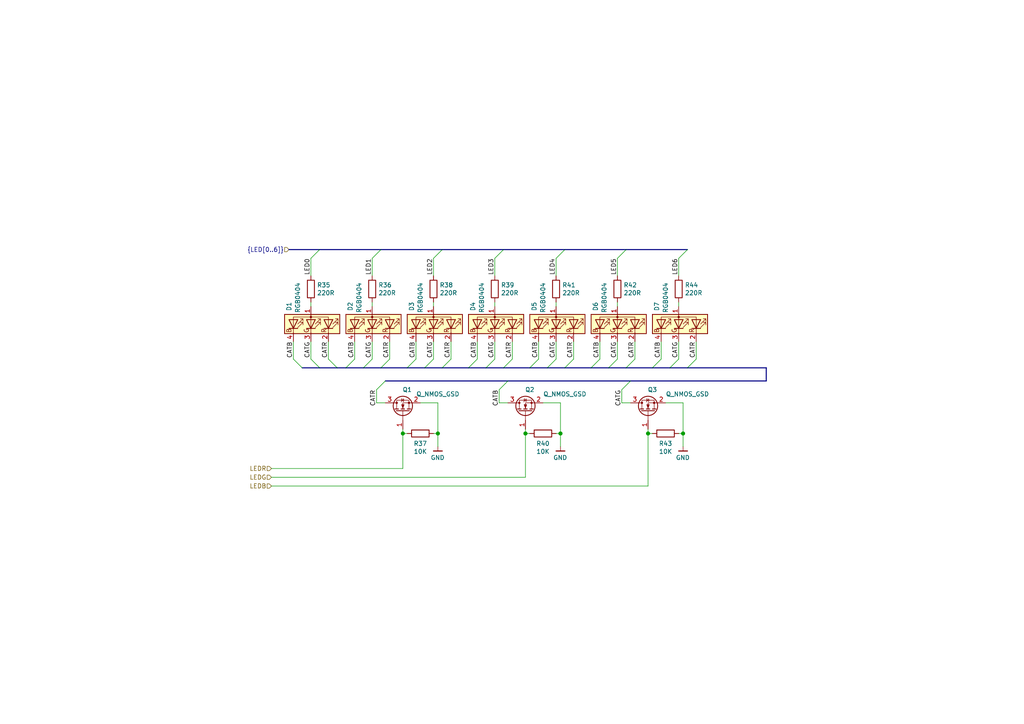
<source format=kicad_sch>
(kicad_sch (version 20201015) (generator eeschema)
  (page 1 18)
  (paper "A4")
  (title_block (title "ButterStick") (date "2020-11-01") (rev "r1.0") (company "GsD") (comment 1 "Functional prototyping board for the Lattice ECP5.") (comment 2 "SYZYGY compatible"))
  (lib_symbols
    (symbol "Device:LED_ARGB" (pin_names (offset 0) hide)
      (property "Reference" "D" (at 0 9.398 0))
      (property "Value" "LED_ARGB" (at 0 -8.89 0))
      (symbol "LED_ARGB_0_1"
        (circle (center 2.032 0) (radius 0.254) (fill (type outline)))
        (rectangle (start 1.27 6.35) (end 1.27 6.35))
        (rectangle (start 2.794 8.382) (end -2.794 -7.62) (stroke (width 0.254)) (fill (type background)))
        (polyline (pts (xy -2.54 -5.08) (xy 1.27 -5.08)))
        (polyline (pts (xy -1.27 -3.81) (xy -1.27 -6.35)) (stroke (width 0.254)))
        (polyline (pts (xy -1.27 1.27) (xy -1.27 -1.27)) (stroke (width 0.254)))
        (polyline (pts (xy -1.27 6.35) (xy -1.27 3.81)) (stroke (width 0.254)))
        (polyline (pts (xy 1.27 5.08) (xy -2.54 5.08)))
        (polyline (pts (xy 2.54 0) (xy -2.54 0)))
        (polyline (pts (xy 1.27 -5.08) (xy 2.032 -5.08) (xy 2.032 5.08) (xy 1.27 5.08)))
        (polyline (pts (xy 1.27 -3.81) (xy 1.27 -6.35) (xy -1.27 -5.08) (xy 1.27 -3.81)) (stroke (width 0.254)))
        (polyline (pts (xy 1.27 1.27) (xy 1.27 -1.27) (xy -1.27 0) (xy 1.27 1.27)) (stroke (width 0.254)))
        (polyline (pts (xy 1.27 6.35) (xy 1.27 3.81) (xy -1.27 5.08) (xy 1.27 6.35)) (stroke (width 0.254)))
        (polyline (pts (xy -1.016 -3.81) (xy 0.508 -2.286) (xy -0.254 -2.286) (xy 0.508 -2.286) (xy 0.508 -3.048)))
        (polyline (pts (xy -1.016 1.27) (xy 0.508 2.794) (xy -0.254 2.794) (xy 0.508 2.794) (xy 0.508 2.032)))
        (polyline (pts (xy -1.016 6.35) (xy 0.508 7.874) (xy -0.254 7.874) (xy 0.508 7.874) (xy 0.508 7.112)))
        (polyline (pts (xy 0 -3.81) (xy 1.524 -2.286) (xy 0.762 -2.286) (xy 1.524 -2.286) (xy 1.524 -3.048)))
        (polyline (pts (xy 0 1.27) (xy 1.524 2.794) (xy 0.762 2.794) (xy 1.524 2.794) (xy 1.524 2.032)))
        (polyline (pts (xy 0 6.35) (xy 1.524 7.874) (xy 0.762 7.874) (xy 1.524 7.874) (xy 1.524 7.112)))
      )
      (symbol "LED_ARGB_0_0"
        (text "B" (at -1.905 -6.35 0) (effects (font (size 1.27 1.27))))
        (text "G" (at -1.905 -1.27 0) (effects (font (size 1.27 1.27))))
        (text "R" (at -1.905 3.81 0) (effects (font (size 1.27 1.27))))
      )
      (symbol "LED_ARGB_1_1"
        (pin passive line (at 5.08 0 180) (length 2.54) (name "A") (number "1"))
        (pin passive line (at -5.08 5.08 0) (length 2.54) (name "RK") (number "2"))
        (pin passive line (at -5.08 0 0) (length 2.54) (name "GK") (number "3"))
        (pin passive line (at -5.08 -5.08 0) (length 2.54) (name "BK") (number "4"))
      )
    )
    (symbol "Device:Q_NMOS_GSD" (pin_names (offset 0) hide)
      (property "Reference" "Q" (at 5.08 1.27 0))
      (property "Value" "Q_NMOS_GSD" (at 5.08 -1.27 0))
      (symbol "Q_NMOS_GSD_0_1"
        (circle (center 1.651 0) (radius 2.794) (stroke (width 0.254)))
        (circle (center 2.54 -1.778) (radius 0.254) (fill (type outline)))
        (circle (center 2.54 1.778) (radius 0.254) (fill (type outline)))
        (polyline (pts (xy 0.254 0) (xy -2.54 0)))
        (polyline (pts (xy 0.254 1.905) (xy 0.254 -1.905)) (stroke (width 0.254)))
        (polyline (pts (xy 0.762 -1.27) (xy 0.762 -2.286)) (stroke (width 0.254)))
        (polyline (pts (xy 0.762 0.508) (xy 0.762 -0.508)) (stroke (width 0.254)))
        (polyline (pts (xy 0.762 2.286) (xy 0.762 1.27)) (stroke (width 0.254)))
        (polyline (pts (xy 2.54 2.54) (xy 2.54 1.778)))
        (polyline (pts (xy 2.54 -2.54) (xy 2.54 0) (xy 0.762 0)))
        (polyline (pts (xy 0.762 -1.778) (xy 3.302 -1.778) (xy 3.302 1.778) (xy 0.762 1.778)))
        (polyline (pts (xy 1.016 0) (xy 2.032 0.381) (xy 2.032 -0.381) (xy 1.016 0)) (fill (type outline)))
        (polyline (pts (xy 2.794 0.508) (xy 2.921 0.381) (xy 3.683 0.381) (xy 3.81 0.254)))
        (polyline (pts (xy 3.302 0.381) (xy 2.921 -0.254) (xy 3.683 -0.254) (xy 3.302 0.381)))
      )
      (symbol "Q_NMOS_GSD_1_1"
        (pin input line (at -5.08 0 0) (length 2.54) (name "G") (number "1"))
        (pin passive line (at 2.54 -5.08 90) (length 2.54) (name "S") (number "2"))
        (pin passive line (at 2.54 5.08 270) (length 2.54) (name "D") (number "3"))
      )
    )
    (symbol "Device:Q_NMOS_GSD_1" (pin_names (offset 0) hide)
      (property "Reference" "Q" (at 5.08 1.27 0))
      (property "Value" "Q_NMOS_GSD" (at 5.08 -1.27 0))
      (symbol "Q_NMOS_GSD_1_0_1"
        (circle (center 1.651 0) (radius 2.794) (stroke (width 0.254)))
        (circle (center 2.54 -1.778) (radius 0.254) (fill (type outline)))
        (circle (center 2.54 1.778) (radius 0.254) (fill (type outline)))
        (polyline (pts (xy 0.254 0) (xy -2.54 0)))
        (polyline (pts (xy 0.254 1.905) (xy 0.254 -1.905)) (stroke (width 0.254)))
        (polyline (pts (xy 0.762 -1.27) (xy 0.762 -2.286)) (stroke (width 0.254)))
        (polyline (pts (xy 0.762 0.508) (xy 0.762 -0.508)) (stroke (width 0.254)))
        (polyline (pts (xy 0.762 2.286) (xy 0.762 1.27)) (stroke (width 0.254)))
        (polyline (pts (xy 2.54 2.54) (xy 2.54 1.778)))
        (polyline (pts (xy 2.54 -2.54) (xy 2.54 0) (xy 0.762 0)))
        (polyline (pts (xy 0.762 -1.778) (xy 3.302 -1.778) (xy 3.302 1.778) (xy 0.762 1.778)))
        (polyline (pts (xy 1.016 0) (xy 2.032 0.381) (xy 2.032 -0.381) (xy 1.016 0)) (fill (type outline)))
        (polyline (pts (xy 2.794 0.508) (xy 2.921 0.381) (xy 3.683 0.381) (xy 3.81 0.254)))
        (polyline (pts (xy 3.302 0.381) (xy 2.921 -0.254) (xy 3.683 -0.254) (xy 3.302 0.381)))
      )
      (symbol "Q_NMOS_GSD_1_1_1"
        (pin input line (at -5.08 0 0) (length 2.54) (name "G") (number "1"))
        (pin passive line (at 2.54 -5.08 90) (length 2.54) (name "S") (number "2"))
        (pin passive line (at 2.54 5.08 270) (length 2.54) (name "D") (number "3"))
      )
    )
    (symbol "Device:Q_NMOS_GSD_2" (pin_names (offset 0) hide)
      (property "Reference" "Q" (at 5.08 1.27 0))
      (property "Value" "Q_NMOS_GSD" (at 5.08 -1.27 0))
      (symbol "Q_NMOS_GSD_2_0_1"
        (circle (center 1.651 0) (radius 2.794) (stroke (width 0.254)))
        (circle (center 2.54 -1.778) (radius 0.254) (fill (type outline)))
        (circle (center 2.54 1.778) (radius 0.254) (fill (type outline)))
        (polyline (pts (xy 0.254 0) (xy -2.54 0)))
        (polyline (pts (xy 0.254 1.905) (xy 0.254 -1.905)) (stroke (width 0.254)))
        (polyline (pts (xy 0.762 -1.27) (xy 0.762 -2.286)) (stroke (width 0.254)))
        (polyline (pts (xy 0.762 0.508) (xy 0.762 -0.508)) (stroke (width 0.254)))
        (polyline (pts (xy 0.762 2.286) (xy 0.762 1.27)) (stroke (width 0.254)))
        (polyline (pts (xy 2.54 2.54) (xy 2.54 1.778)))
        (polyline (pts (xy 2.54 -2.54) (xy 2.54 0) (xy 0.762 0)))
        (polyline (pts (xy 0.762 -1.778) (xy 3.302 -1.778) (xy 3.302 1.778) (xy 0.762 1.778)))
        (polyline (pts (xy 1.016 0) (xy 2.032 0.381) (xy 2.032 -0.381) (xy 1.016 0)) (fill (type outline)))
        (polyline (pts (xy 2.794 0.508) (xy 2.921 0.381) (xy 3.683 0.381) (xy 3.81 0.254)))
        (polyline (pts (xy 3.302 0.381) (xy 2.921 -0.254) (xy 3.683 -0.254) (xy 3.302 0.381)))
      )
      (symbol "Q_NMOS_GSD_2_1_1"
        (pin input line (at -5.08 0 0) (length 2.54) (name "G") (number "1"))
        (pin passive line (at 2.54 -5.08 90) (length 2.54) (name "S") (number "2"))
        (pin passive line (at 2.54 5.08 270) (length 2.54) (name "D") (number "3"))
      )
    )
    (symbol "Device:R" (pin_numbers hide) (pin_names (offset 0))
      (property "Reference" "R" (at 2.032 0 90))
      (property "Value" "R" (at 0 0 90))
      (symbol "R_0_1"
        (rectangle (start -1.016 -2.54) (end 1.016 2.54) (stroke (width 0.254)))
      )
      (symbol "R_1_1"
        (pin passive line (at 0 3.81 270) (length 1.27) (name "~") (number "1"))
        (pin passive line (at 0 -3.81 90) (length 1.27) (name "~") (number "2"))
      )
    )
    (symbol "gkl_power:GND" (power) (pin_names (offset 0))
      (property "Value" "GND" (at 0 -2.54 0))
      (symbol "GND_0_1"
        (polyline (pts (xy 0 -1.27) (xy 0 0)))
        (polyline (pts (xy 1.27 -1.27) (xy -1.27 -1.27)) (stroke (width 0.3048)))
      )
      (symbol "GND_1_1"
        (pin power_in line (at 0 0 270) (length 0) hide (name "GND") (number "1"))
      )
    )
  )
  (junction (at 116.84 125.73) (diameter 1.016))
  (junction (at 127 125.73) (diameter 1.016))
  (junction (at 152.4 125.73) (diameter 1.016))
  (junction (at 162.56 125.73) (diameter 1.016))
  (junction (at 187.96 125.73) (diameter 1.016))
  (junction (at 198.12 125.73) (diameter 1.016))
  (bus_entry (at 85.09 104.14) (size 2.54 2.54) (stroke (width 0.1524)))
  (bus_entry (at 90.17 104.14) (size 2.54 2.54) (stroke (width 0.1524)))
  (bus_entry (at 92.71 72.39) (size -2.54 2.54) (stroke (width 0.1524)))
  (bus_entry (at 95.25 104.14) (size 2.54 2.54) (stroke (width 0.1524)))
  (bus_entry (at 102.87 104.14) (size -2.54 2.54) (stroke (width 0.1524)))
  (bus_entry (at 107.95 104.14) (size -2.54 2.54) (stroke (width 0.1524)))
  (bus_entry (at 110.49 72.39) (size -2.54 2.54) (stroke (width 0.1524)))
  (bus_entry (at 111.76 110.49) (size -2.54 2.54) (stroke (width 0.1524)))
  (bus_entry (at 113.03 104.14) (size -2.54 2.54) (stroke (width 0.1524)))
  (bus_entry (at 120.65 104.14) (size -2.54 2.54) (stroke (width 0.1524)))
  (bus_entry (at 125.73 104.14) (size -2.54 2.54) (stroke (width 0.1524)))
  (bus_entry (at 128.27 72.39) (size -2.54 2.54) (stroke (width 0.1524)))
  (bus_entry (at 130.81 104.14) (size -2.54 2.54) (stroke (width 0.1524)))
  (bus_entry (at 138.43 104.14) (size -2.54 2.54) (stroke (width 0.1524)))
  (bus_entry (at 143.51 104.14) (size -2.54 2.54) (stroke (width 0.1524)))
  (bus_entry (at 146.05 72.39) (size -2.54 2.54) (stroke (width 0.1524)))
  (bus_entry (at 147.32 110.49) (size -2.54 2.54) (stroke (width 0.1524)))
  (bus_entry (at 148.59 104.14) (size -2.54 2.54) (stroke (width 0.1524)))
  (bus_entry (at 156.21 104.14) (size -2.54 2.54) (stroke (width 0.1524)))
  (bus_entry (at 161.29 104.14) (size -2.54 2.54) (stroke (width 0.1524)))
  (bus_entry (at 163.83 72.39) (size -2.54 2.54) (stroke (width 0.1524)))
  (bus_entry (at 166.37 104.14) (size -2.54 2.54) (stroke (width 0.1524)))
  (bus_entry (at 173.99 104.14) (size -2.54 2.54) (stroke (width 0.1524)))
  (bus_entry (at 179.07 104.14) (size -2.54 2.54) (stroke (width 0.1524)))
  (bus_entry (at 181.61 72.39) (size -2.54 2.54) (stroke (width 0.1524)))
  (bus_entry (at 182.88 110.49) (size -2.54 2.54) (stroke (width 0.1524)))
  (bus_entry (at 184.15 104.14) (size -2.54 2.54) (stroke (width 0.1524)))
  (bus_entry (at 191.77 104.14) (size -2.54 2.54) (stroke (width 0.1524)))
  (bus_entry (at 196.85 104.14) (size -2.54 2.54) (stroke (width 0.1524)))
  (bus_entry (at 199.39 72.39) (size -2.54 2.54) (stroke (width 0.1524)))
  (bus_entry (at 201.93 104.14) (size -2.54 2.54) (stroke (width 0.1524)))
  (wire (pts (xy 78.74 135.89) (xy 116.84 135.89)))
  (wire (pts (xy 78.74 138.43) (xy 152.4 138.43)))
  (wire (pts (xy 78.74 140.97) (xy 187.96 140.97)))
  (wire (pts (xy 85.09 99.06) (xy 85.09 104.14)))
  (wire (pts (xy 90.17 74.93) (xy 90.17 80.01)))
  (wire (pts (xy 90.17 87.63) (xy 90.17 88.9)))
  (wire (pts (xy 90.17 99.06) (xy 90.17 104.14)))
  (wire (pts (xy 95.25 99.06) (xy 95.25 104.14)))
  (wire (pts (xy 102.87 99.06) (xy 102.87 104.14)))
  (wire (pts (xy 107.95 74.93) (xy 107.95 80.01)))
  (wire (pts (xy 107.95 87.63) (xy 107.95 88.9)))
  (wire (pts (xy 107.95 99.06) (xy 107.95 104.14)))
  (wire (pts (xy 109.22 113.03) (xy 109.22 116.84)))
  (wire (pts (xy 111.76 116.84) (xy 109.22 116.84)))
  (wire (pts (xy 113.03 99.06) (xy 113.03 104.14)))
  (wire (pts (xy 116.84 124.46) (xy 116.84 125.73)))
  (wire (pts (xy 116.84 125.73) (xy 116.84 135.89)))
  (wire (pts (xy 116.84 125.73) (xy 118.11 125.73)))
  (wire (pts (xy 120.65 99.06) (xy 120.65 104.14)))
  (wire (pts (xy 121.92 116.84) (xy 127 116.84)))
  (wire (pts (xy 125.73 74.93) (xy 125.73 80.01)))
  (wire (pts (xy 125.73 87.63) (xy 125.73 88.9)))
  (wire (pts (xy 125.73 99.06) (xy 125.73 104.14)))
  (wire (pts (xy 125.73 125.73) (xy 127 125.73)))
  (wire (pts (xy 127 125.73) (xy 127 116.84)))
  (wire (pts (xy 127 125.73) (xy 127 129.54)))
  (wire (pts (xy 130.81 99.06) (xy 130.81 104.14)))
  (wire (pts (xy 138.43 99.06) (xy 138.43 104.14)))
  (wire (pts (xy 143.51 74.93) (xy 143.51 80.01)))
  (wire (pts (xy 143.51 87.63) (xy 143.51 88.9)))
  (wire (pts (xy 143.51 99.06) (xy 143.51 104.14)))
  (wire (pts (xy 144.78 113.03) (xy 144.78 116.84)))
  (wire (pts (xy 147.32 116.84) (xy 144.78 116.84)))
  (wire (pts (xy 148.59 99.06) (xy 148.59 104.14)))
  (wire (pts (xy 152.4 124.46) (xy 152.4 125.73)))
  (wire (pts (xy 152.4 125.73) (xy 152.4 138.43)))
  (wire (pts (xy 152.4 125.73) (xy 153.67 125.73)))
  (wire (pts (xy 156.21 99.06) (xy 156.21 104.14)))
  (wire (pts (xy 157.48 116.84) (xy 162.56 116.84)))
  (wire (pts (xy 161.29 74.93) (xy 161.29 80.01)))
  (wire (pts (xy 161.29 87.63) (xy 161.29 88.9)))
  (wire (pts (xy 161.29 99.06) (xy 161.29 104.14)))
  (wire (pts (xy 161.29 125.73) (xy 162.56 125.73)))
  (wire (pts (xy 162.56 125.73) (xy 162.56 116.84)))
  (wire (pts (xy 162.56 125.73) (xy 162.56 129.54)))
  (wire (pts (xy 166.37 99.06) (xy 166.37 104.14)))
  (wire (pts (xy 173.99 99.06) (xy 173.99 104.14)))
  (wire (pts (xy 179.07 74.93) (xy 179.07 80.01)))
  (wire (pts (xy 179.07 87.63) (xy 179.07 88.9)))
  (wire (pts (xy 179.07 99.06) (xy 179.07 104.14)))
  (wire (pts (xy 180.34 113.03) (xy 180.34 116.84)))
  (wire (pts (xy 182.88 116.84) (xy 180.34 116.84)))
  (wire (pts (xy 184.15 99.06) (xy 184.15 104.14)))
  (wire (pts (xy 187.96 124.46) (xy 187.96 125.73)))
  (wire (pts (xy 187.96 125.73) (xy 187.96 140.97)))
  (wire (pts (xy 187.96 125.73) (xy 189.23 125.73)))
  (wire (pts (xy 191.77 99.06) (xy 191.77 104.14)))
  (wire (pts (xy 193.04 116.84) (xy 198.12 116.84)))
  (wire (pts (xy 196.85 74.93) (xy 196.85 80.01)))
  (wire (pts (xy 196.85 87.63) (xy 196.85 88.9)))
  (wire (pts (xy 196.85 99.06) (xy 196.85 104.14)))
  (wire (pts (xy 196.85 125.73) (xy 198.12 125.73)))
  (wire (pts (xy 198.12 125.73) (xy 198.12 116.84)))
  (wire (pts (xy 198.12 125.73) (xy 198.12 129.54)))
  (wire (pts (xy 201.93 99.06) (xy 201.93 104.14)))
  (bus (pts (xy 83.82 72.39) (xy 92.71 72.39)))
  (bus (pts (xy 87.63 106.68) (xy 92.71 106.68)))
  (bus (pts (xy 92.71 72.39) (xy 110.49 72.39)))
  (bus (pts (xy 92.71 106.68) (xy 97.79 106.68)))
  (bus (pts (xy 97.79 106.68) (xy 100.33 106.68)))
  (bus (pts (xy 100.33 106.68) (xy 105.41 106.68)))
  (bus (pts (xy 105.41 106.68) (xy 110.49 106.68)))
  (bus (pts (xy 110.49 72.39) (xy 128.27 72.39)))
  (bus (pts (xy 110.49 106.68) (xy 118.11 106.68)))
  (bus (pts (xy 111.76 110.49) (xy 147.32 110.49)))
  (bus (pts (xy 118.11 106.68) (xy 123.19 106.68)))
  (bus (pts (xy 123.19 106.68) (xy 128.27 106.68)))
  (bus (pts (xy 128.27 72.39) (xy 146.05 72.39)))
  (bus (pts (xy 128.27 106.68) (xy 135.89 106.68)))
  (bus (pts (xy 135.89 106.68) (xy 140.97 106.68)))
  (bus (pts (xy 140.97 106.68) (xy 146.05 106.68)))
  (bus (pts (xy 146.05 72.39) (xy 163.83 72.39)))
  (bus (pts (xy 146.05 106.68) (xy 153.67 106.68)))
  (bus (pts (xy 147.32 110.49) (xy 182.88 110.49)))
  (bus (pts (xy 153.67 106.68) (xy 158.75 106.68)))
  (bus (pts (xy 158.75 106.68) (xy 163.83 106.68)))
  (bus (pts (xy 163.83 72.39) (xy 181.61 72.39)))
  (bus (pts (xy 163.83 106.68) (xy 171.45 106.68)))
  (bus (pts (xy 171.45 106.68) (xy 176.53 106.68)))
  (bus (pts (xy 176.53 106.68) (xy 181.61 106.68)))
  (bus (pts (xy 181.61 72.39) (xy 199.39 72.39)))
  (bus (pts (xy 181.61 106.68) (xy 189.23 106.68)))
  (bus (pts (xy 182.88 110.49) (xy 222.25 110.49)))
  (bus (pts (xy 189.23 106.68) (xy 194.31 106.68)))
  (bus (pts (xy 194.31 106.68) (xy 199.39 106.68)))
  (bus (pts (xy 199.39 106.68) (xy 222.25 106.68)))
  (bus (pts (xy 222.25 106.68) (xy 222.25 110.49)))
  (label "CATB" (at 85.09 99.06 270))
  (label "LED0" (at 90.17 74.93 270))
  (label "CATG" (at 90.17 99.06 270))
  (label "CATR" (at 95.25 99.06 270))
  (label "CATB" (at 102.87 99.06 270))
  (label "LED1" (at 107.95 74.93 270))
  (label "CATG" (at 107.95 99.06 270))
  (label "CATR" (at 109.22 113.03 270))
  (label "CATR" (at 113.03 99.06 270))
  (label "CATB" (at 120.65 99.06 270))
  (label "LED2" (at 125.73 74.93 270))
  (label "CATG" (at 125.73 99.06 270))
  (label "CATR" (at 130.81 99.06 270))
  (label "CATB" (at 138.43 99.06 270))
  (label "LED3" (at 143.51 74.93 270))
  (label "CATG" (at 143.51 99.06 270))
  (label "CATB" (at 144.78 113.03 270))
  (label "CATR" (at 148.59 99.06 270))
  (label "CATB" (at 156.21 99.06 270))
  (label "LED4" (at 161.29 74.93 270))
  (label "CATG" (at 161.29 99.06 270))
  (label "CATR" (at 166.37 99.06 270))
  (label "CATB" (at 173.99 99.06 270))
  (label "LED5" (at 179.07 74.93 270))
  (label "CATG" (at 179.07 99.06 270))
  (label "CATG" (at 180.34 113.03 270))
  (label "CATR" (at 184.15 99.06 270))
  (label "CATB" (at 191.77 99.06 270))
  (label "LED6" (at 196.85 74.93 270))
  (label "CATG" (at 196.85 99.06 270))
  (label "CATR" (at 201.93 99.06 270))
  (hierarchical_label "LEDR" (shape input) (at 78.74 135.89 180))
  (hierarchical_label "LEDG" (shape input) (at 78.74 138.43 180))
  (hierarchical_label "LEDB" (shape input) (at 78.74 140.97 180))
  (hierarchical_label "{LED[0..6]}" (shape input) (at 83.82 72.39 180))
  (symbol (lib_id "gkl_power:GND") (at 127 129.54 0) (mirror y) (unit 1)
    (property "Reference" "#PWR059" (effects hide))
    (property "Value" "GND" (at 126.9238 132.7404 0))
  )
  (symbol (lib_id "gkl_power:GND") (at 162.56 129.54 0) (mirror y) (unit 1)
    (property "Reference" "#PWR060" (effects hide))
    (property "Value" "GND" (at 162.4838 132.7404 0))
  )
  (symbol (lib_id "gkl_power:GND") (at 198.12 129.54 0) (mirror y) (unit 1)
    (property "Reference" "#PWR061" (effects hide))
    (property "Value" "GND" (at 198.0438 132.7404 0))
  )
  (symbol (lib_id "Device:R") (at 90.17 83.82 0) (mirror y) (unit 1)
    (property "Reference" "R35" (at 91.948 82.677 0) (effects (justify right)))
    (property "Value" "220R" (at 91.948 84.963 0) (effects (justify right)))
    (property "Footprint" "Resistor_SMD:R_0402_1005Metric" (effects hide))
    (property "Mfg" "Yageo" (effects hide))
    (property "PN" "RC0402FR-07220RL" (effects hide))
  )
  (symbol (lib_id "Device:R") (at 107.95 83.82 0) (mirror y) (unit 1)
    (property "Reference" "R36" (at 109.728 82.677 0) (effects (justify right)))
    (property "Value" "220R" (at 109.728 84.963 0) (effects (justify right)))
    (property "Footprint" "Resistor_SMD:R_0402_1005Metric" (effects hide))
    (property "Mfg" "Yageo" (effects hide))
    (property "PN" "RC0402FR-07220RL" (effects hide))
  )
  (symbol (lib_id "Device:R") (at 121.92 125.73 270) (mirror x) (unit 1)
    (property "Reference" "R37" (at 121.92 128.651 90))
    (property "Value" "10K" (at 121.92 130.9624 90))
    (property "Footprint" "Resistor_SMD:R_0402_1005Metric" (effects hide))
    (property "Mfg" "Yageo" (effects hide))
    (property "PN" "RC0402FR-0710KL" (effects hide))
  )
  (symbol (lib_id "Device:R") (at 125.73 83.82 0) (mirror y) (unit 1)
    (property "Reference" "R38" (at 127.508 82.677 0) (effects (justify right)))
    (property "Value" "220R" (at 127.508 84.963 0) (effects (justify right)))
    (property "Footprint" "Resistor_SMD:R_0402_1005Metric" (effects hide))
    (property "Mfg" "Yageo" (effects hide))
    (property "PN" "RC0402FR-07220RL" (effects hide))
  )
  (symbol (lib_id "Device:R") (at 143.51 83.82 0) (mirror y) (unit 1)
    (property "Reference" "R39" (at 145.288 82.677 0) (effects (justify right)))
    (property "Value" "220R" (at 145.288 84.963 0) (effects (justify right)))
    (property "Footprint" "Resistor_SMD:R_0402_1005Metric" (effects hide))
    (property "Mfg" "Yageo" (effects hide))
    (property "PN" "RC0402FR-07220RL" (effects hide))
  )
  (symbol (lib_id "Device:R") (at 157.48 125.73 270) (mirror x) (unit 1)
    (property "Reference" "R40" (at 157.48 128.651 90))
    (property "Value" "10K" (at 157.48 130.9624 90))
    (property "Footprint" "Resistor_SMD:R_0402_1005Metric" (effects hide))
    (property "Mfg" "Yageo" (effects hide))
    (property "PN" "RC0402FR-0710KL" (effects hide))
  )
  (symbol (lib_id "Device:R") (at 161.29 83.82 0) (mirror y) (unit 1)
    (property "Reference" "R41" (at 163.068 82.677 0) (effects (justify right)))
    (property "Value" "220R" (at 163.068 84.963 0) (effects (justify right)))
    (property "Footprint" "Resistor_SMD:R_0402_1005Metric" (effects hide))
    (property "Mfg" "Yageo" (effects hide))
    (property "PN" "RC0402FR-07220RL" (effects hide))
  )
  (symbol (lib_id "Device:R") (at 179.07 83.82 0) (mirror y) (unit 1)
    (property "Reference" "R42" (at 180.848 82.677 0) (effects (justify right)))
    (property "Value" "220R" (at 180.848 84.963 0) (effects (justify right)))
    (property "Footprint" "Resistor_SMD:R_0402_1005Metric" (effects hide))
    (property "Mfg" "Yageo" (effects hide))
    (property "PN" "RC0402FR-07220RL" (effects hide))
  )
  (symbol (lib_id "Device:R") (at 193.04 125.73 270) (mirror x) (unit 1)
    (property "Reference" "R43" (at 193.04 128.651 90))
    (property "Value" "10K" (at 193.04 130.9624 90))
    (property "Footprint" "Resistor_SMD:R_0402_1005Metric" (effects hide))
    (property "Mfg" "Yageo" (effects hide))
    (property "PN" "RC0402FR-0710KL" (effects hide))
  )
  (symbol (lib_id "Device:R") (at 196.85 83.82 0) (mirror y) (unit 1)
    (property "Reference" "R44" (at 198.628 82.677 0) (effects (justify right)))
    (property "Value" "220R" (at 198.628 84.963 0) (effects (justify right)))
    (property "Footprint" "Resistor_SMD:R_0402_1005Metric" (effects hide))
    (property "Mfg" "Yageo" (effects hide))
    (property "PN" "RC0402FR-07220RL" (effects hide))
  )
  (symbol (lib_name "Device:Q_NMOS_GSD_1") (lib_id "Device:Q_NMOS_GSD") (at 116.84 119.38 90) (unit 1)
    (property "Reference" "Q1" (at 118.11 113.03 90))
    (property "Value" "Q_NMOS_GSD" (at 127 114.3 90))
    (property "Footprint" "Package_TO_SOT_SMD:SOT-323_SC-70" (effects hide))
    (property "Mfg" "Nexperia" (effects hide))
    (property "PN" "2N7002PW\\,115" (effects hide))
  )
  (symbol (lib_name "Device:Q_NMOS_GSD_2") (lib_id "Device:Q_NMOS_GSD") (at 152.4 119.38 90) (unit 1)
    (property "Reference" "Q2" (at 153.67 113.03 90))
    (property "Value" "Q_NMOS_GSD" (at 163.83 114.3 90))
    (property "Footprint" "Package_TO_SOT_SMD:SOT-323_SC-70" (effects hide))
    (property "Mfg" "Nexperia" (effects hide))
    (property "PN" "2N7002PW\\,115" (effects hide))
  )
  (symbol (lib_id "Device:Q_NMOS_GSD") (at 187.96 119.38 90) (unit 1)
    (property "Reference" "Q3" (at 189.23 113.03 90))
    (property "Value" "Q_NMOS_GSD" (at 199.39 114.3 90))
    (property "Footprint" "Package_TO_SOT_SMD:SOT-323_SC-70" (effects hide))
    (property "Mfg" "Nexperia" (effects hide))
    (property "PN" "2N7002PW\\,115" (effects hide))
  )
  (symbol (lib_id "Device:LED_ARGB") (at 90.17 93.98 270) (mirror x) (unit 1)
    (property "Reference" "D1" (at 83.82 88.9 0))
    (property "Value" "RGB0404" (at 86.36 86.36 0))
    (property "Footprint" "gkl_led:0404LED_RGB" (effects hide))
    (property "PN" "MHPA1010RGBDT" (effects hide))
    (property "Mfg" "MEIHUA" (effects hide))
  )
  (symbol (lib_id "Device:LED_ARGB") (at 107.95 93.98 270) (mirror x) (unit 1)
    (property "Reference" "D2" (at 101.6 88.9 0))
    (property "Value" "RGB0404" (at 104.14 86.36 0))
    (property "Footprint" "gkl_led:0404LED_RGB" (effects hide))
    (property "PN" "MHPA1010RGBDT" (effects hide))
    (property "Mfg" "MEIHUA" (effects hide))
  )
  (symbol (lib_id "Device:LED_ARGB") (at 125.73 93.98 270) (mirror x) (unit 1)
    (property "Reference" "D3" (at 119.38 88.9 0))
    (property "Value" "RGB0404" (at 121.92 86.36 0))
    (property "Footprint" "gkl_led:0404LED_RGB" (effects hide))
    (property "PN" "MHPA1010RGBDT" (effects hide))
    (property "Mfg" "MEIHUA" (effects hide))
  )
  (symbol (lib_id "Device:LED_ARGB") (at 143.51 93.98 270) (mirror x) (unit 1)
    (property "Reference" "D4" (at 137.16 88.9 0))
    (property "Value" "RGB0404" (at 139.7 86.36 0))
    (property "Footprint" "gkl_led:0404LED_RGB" (effects hide))
    (property "PN" "MHPA1010RGBDT" (effects hide))
    (property "Mfg" "MEIHUA" (effects hide))
  )
  (symbol (lib_id "Device:LED_ARGB") (at 161.29 93.98 270) (mirror x) (unit 1)
    (property "Reference" "D5" (at 154.94 88.9 0))
    (property "Value" "RGB0404" (at 157.48 86.36 0))
    (property "Footprint" "gkl_led:0404LED_RGB" (effects hide))
    (property "PN" "MHPA1010RGBDT" (effects hide))
    (property "Mfg" "MEIHUA" (effects hide))
  )
  (symbol (lib_id "Device:LED_ARGB") (at 179.07 93.98 270) (mirror x) (unit 1)
    (property "Reference" "D6" (at 172.72 88.9 0))
    (property "Value" "RGB0404" (at 175.26 86.36 0))
    (property "Footprint" "gkl_led:0404LED_RGB" (effects hide))
    (property "PN" "MHPA1010RGBDT" (effects hide))
    (property "Mfg" "MEIHUA" (effects hide))
  )
  (symbol (lib_id "Device:LED_ARGB") (at 196.85 93.98 270) (mirror x) (unit 1)
    (property "Reference" "D7" (at 190.5 88.9 0))
    (property "Value" "RGB0404" (at 193.04 86.36 0))
    (property "Footprint" "gkl_led:0404LED_RGB" (effects hide))
    (property "PN" "MHPA1010RGBDT" (effects hide))
    (property "Mfg" "MEIHUA" (effects hide))
  )
)
</source>
